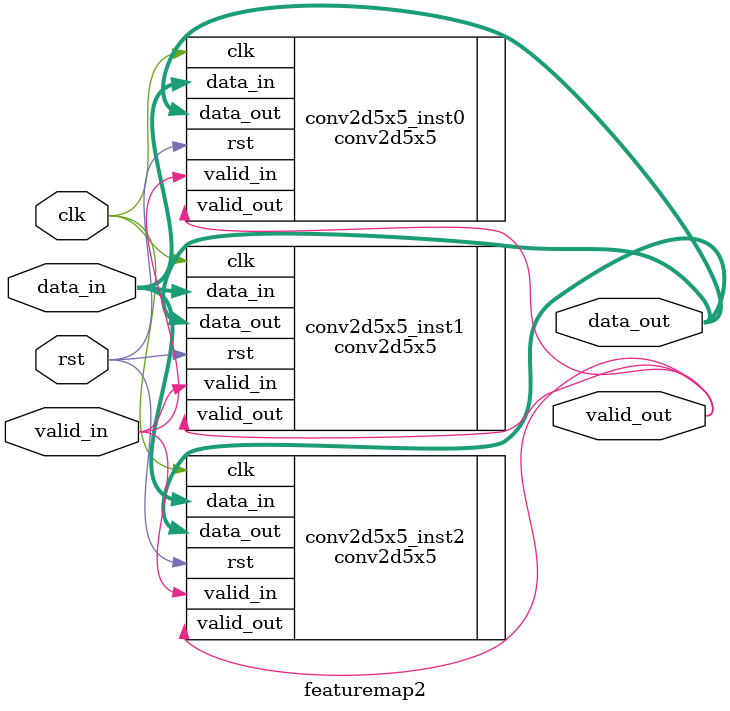
<source format=v>
module featuremap2(
	input clk,
	input rst,

	input [DATA_WIDTH - 1:0] data_in,
	input valid_in,

	output [DATA_WIDTH - 1:0] data_out,
	output valid_out
);
	parameter DATA_WIDTH = 24;
conv2d5x5 #(
	.w0(0.030423341),
	.w1(-0.056152344),
	.w2(-0.06998253),
	.w3(-0.010521508),
	.w4(-0.010235056),
	.w5(0.0074314624),
	.w6(-0.059371848),
	.w7(0.053534314),
	.w8(0.0063912887),
	.w9(-0.024525793),
	.w10(0.074516974),
	.w11(-0.013883593),
	.w12(-0.020458963),
	.w13(0.033723608),
	.w14(0.038230468),
	.w15(-0.015556232),
	.w16(-0.04266057),
	.w17(-0.007147764),
	.w18(-0.08296057),
	.w19(-0.08161277),
	.w20(-0.028225081),
	.w21(0.104730904),
	.w22(0.034109417),
	.w23(-0.058339424),
	.w24(-0.014371923),
)
conv2d5x5_inst0(
	.clk(clk),
	.rst(rst),
	.data_in(data_in),
	.valid_in(valid_in),
	.data_out(data_out),
	.valid_out(valid_out)
);

conv2d5x5 #(
	.w0(-0.020120464),
	.w1(-0.053495966),
	.w2(0.00075801666),
	.w3(-0.063529655),
	.w4(-0.10728907),
	.w5(0.07800893),
	.w6(0.070428364),
	.w7(0.08460615),
	.w8(0.015466731),
	.w9(-0.0030689985),
	.w10(-0.026199395),
	.w11(-0.041891117),
	.w12(-0.038862094),
	.w13(-0.042934965),
	.w14(-0.048882827),
	.w15(0.0055697183),
	.w16(-0.05071229),
	.w17(0.0038303325),
	.w18(0.03102156),
	.w19(-0.093849786),
	.w20(-0.08581161),
	.w21(-0.024129083),
	.w22(0.014517187),
	.w23(0.06441791),
	.w24(-0.11281344),
)
conv2d5x5_inst1(
	.clk(clk),
	.rst(rst),
	.data_in(data_in),
	.valid_in(valid_in),
	.data_out(data_out),
	.valid_out(valid_out)
);

conv2d5x5 #(
	.w0(-0.07076335),
	.w1(-0.11308664),
	.w2(0.06587821),
	.w3(0.073534004),
	.w4(0.11332264),
	.w5(0.090997815),
	.w6(-0.08115148),
	.w7(0.048805658),
	.w8(0.047300376),
	.w9(-0.10739313),
	.w10(0.030421373),
	.w11(-0.022809932),
	.w12(0.023424461),
	.w13(-0.05407454),
	.w14(-0.10518278),
	.w15(-0.11202605),
	.w16(-0.051768214),
	.w17(0.07515378),
	.w18(-0.0013588358),
	.w19(0.020855052),
	.w20(-0.075723045),
	.w21(-0.0582456),
	.w22(0.10747288),
	.w23(0.09061136),
	.w24(-0.022027208),
)
conv2d5x5_inst2(
	.clk(clk),
	.rst(rst),
	.data_in(data_in),
	.valid_in(valid_in),
	.data_out(data_out),
	.valid_out(valid_out)
);

endmodule
</source>
